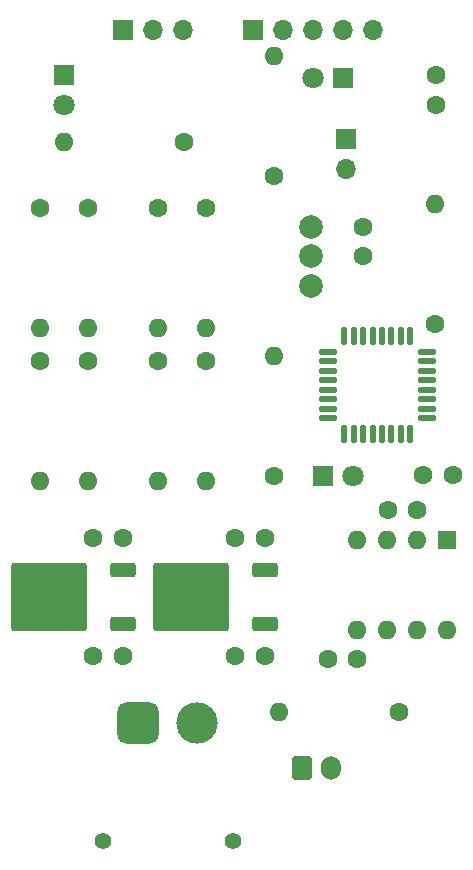
<source format=gbr>
%TF.GenerationSoftware,KiCad,Pcbnew,8.0.9-8.0.9-0~ubuntu24.04.1*%
%TF.CreationDate,2025-04-02T15:18:25+09:00*%
%TF.ProjectId,ServoDriver,53657276-6f44-4726-9976-65722e6b6963,rev?*%
%TF.SameCoordinates,Original*%
%TF.FileFunction,Soldermask,Top*%
%TF.FilePolarity,Negative*%
%FSLAX46Y46*%
G04 Gerber Fmt 4.6, Leading zero omitted, Abs format (unit mm)*
G04 Created by KiCad (PCBNEW 8.0.9-8.0.9-0~ubuntu24.04.1) date 2025-04-02 15:18:25*
%MOMM*%
%LPD*%
G01*
G04 APERTURE LIST*
G04 Aperture macros list*
%AMRoundRect*
0 Rectangle with rounded corners*
0 $1 Rounding radius*
0 $2 $3 $4 $5 $6 $7 $8 $9 X,Y pos of 4 corners*
0 Add a 4 corners polygon primitive as box body*
4,1,4,$2,$3,$4,$5,$6,$7,$8,$9,$2,$3,0*
0 Add four circle primitives for the rounded corners*
1,1,$1+$1,$2,$3*
1,1,$1+$1,$4,$5*
1,1,$1+$1,$6,$7*
1,1,$1+$1,$8,$9*
0 Add four rect primitives between the rounded corners*
20,1,$1+$1,$2,$3,$4,$5,0*
20,1,$1+$1,$4,$5,$6,$7,0*
20,1,$1+$1,$6,$7,$8,$9,0*
20,1,$1+$1,$8,$9,$2,$3,0*%
G04 Aperture macros list end*
%ADD10C,1.600000*%
%ADD11O,1.600000X1.600000*%
%ADD12RoundRect,0.250000X0.850000X0.350000X-0.850000X0.350000X-0.850000X-0.350000X0.850000X-0.350000X0*%
%ADD13RoundRect,0.249997X2.950003X2.650003X-2.950003X2.650003X-2.950003X-2.650003X2.950003X-2.650003X0*%
%ADD14O,1.700000X1.700000*%
%ADD15R,1.700000X1.700000*%
%ADD16RoundRect,0.125000X-0.125000X0.625000X-0.125000X-0.625000X0.125000X-0.625000X0.125000X0.625000X0*%
%ADD17RoundRect,0.125000X-0.625000X0.125000X-0.625000X-0.125000X0.625000X-0.125000X0.625000X0.125000X0*%
%ADD18C,2.000000*%
%ADD19R,1.600000X1.600000*%
%ADD20C,1.400000*%
%ADD21RoundRect,0.770000X0.980000X0.980000X-0.980000X0.980000X-0.980000X-0.980000X0.980000X-0.980000X0*%
%ADD22C,3.500000*%
%ADD23C,1.800000*%
%ADD24R,1.800000X1.800000*%
%ADD25RoundRect,0.250000X-0.600000X-0.750000X0.600000X-0.750000X0.600000X0.750000X-0.600000X0.750000X0*%
%ADD26O,1.700000X2.000000*%
G04 APERTURE END LIST*
D10*
%TO.C,0.1\u03BCF*%
X105000000Y-130000000D03*
X102500000Y-130000000D03*
%TD*%
%TO.C,1*%
X98000000Y-115000000D03*
D11*
X98000000Y-125160000D03*
%TD*%
D10*
%TO.C,0.33\u03BCF*%
X117000000Y-140000000D03*
X114500000Y-140000000D03*
%TD*%
%TO.C,0.1\u03BCF*%
X117000000Y-130000000D03*
X114500000Y-130000000D03*
%TD*%
%TO.C,0.1\u03BCF*%
X127400000Y-127625000D03*
X129900000Y-127625000D03*
%TD*%
D12*
%TO.C,U1*%
X105040000Y-137280000D03*
D13*
X98740000Y-135000000D03*
D12*
X105040000Y-132720000D03*
%TD*%
D14*
%TO.C,J2*%
X123875000Y-98715000D03*
D15*
X123875000Y-96175000D03*
%TD*%
D11*
%TO.C,330*%
X99970000Y-96475000D03*
D10*
X110130000Y-96475000D03*
%TD*%
%TO.C,1*%
X108000000Y-115000000D03*
D11*
X108000000Y-125160000D03*
%TD*%
D10*
%TO.C,1*%
X102000000Y-115000000D03*
D11*
X102000000Y-125160000D03*
%TD*%
%TO.C,10k*%
X131430000Y-101660000D03*
D10*
X131430000Y-111820000D03*
%TD*%
D15*
%TO.C,J3*%
X116000000Y-87000000D03*
D14*
X118540000Y-87000000D03*
X121080000Y-87000000D03*
X123620000Y-87000000D03*
X126160000Y-87000000D03*
%TD*%
D10*
%TO.C,0.1\u03BCF*%
X131500000Y-93300000D03*
X131500000Y-90800000D03*
%TD*%
%TO.C,1*%
X108000000Y-102000000D03*
D11*
X108000000Y-112160000D03*
%TD*%
D10*
%TO.C,1*%
X112000000Y-115000000D03*
D11*
X112000000Y-125160000D03*
%TD*%
D16*
%TO.C,U3*%
X129325000Y-112850000D03*
X128525000Y-112850000D03*
X127725000Y-112850000D03*
X126925000Y-112850000D03*
X126125000Y-112850000D03*
X125325000Y-112850000D03*
X124525000Y-112850000D03*
X123725000Y-112850000D03*
D17*
X122350000Y-114225000D03*
X122350000Y-115025000D03*
X122350000Y-115825000D03*
X122350000Y-116625000D03*
X122350000Y-117425000D03*
X122350000Y-118225000D03*
X122350000Y-119025000D03*
X122350000Y-119825000D03*
D16*
X123725000Y-121200000D03*
X124525000Y-121200000D03*
X125325000Y-121200000D03*
X126125000Y-121200000D03*
X126925000Y-121200000D03*
X127725000Y-121200000D03*
X128525000Y-121200000D03*
X129325000Y-121200000D03*
D17*
X130700000Y-119825000D03*
X130700000Y-119025000D03*
X130700000Y-118225000D03*
X130700000Y-117425000D03*
X130700000Y-116625000D03*
X130700000Y-115825000D03*
X130700000Y-115025000D03*
X130700000Y-114225000D03*
%TD*%
D12*
%TO.C,U5*%
X117040000Y-137280000D03*
D13*
X110740000Y-135000000D03*
D12*
X117040000Y-132720000D03*
%TD*%
D18*
%TO.C,U4*%
X120950000Y-108625000D03*
X120950000Y-106125000D03*
X120950000Y-103625000D03*
%TD*%
D10*
%TO.C,120*%
X128355000Y-144725000D03*
D11*
X118195000Y-144725000D03*
%TD*%
%TO.C,330*%
X117800000Y-89170000D03*
D10*
X117800000Y-99330000D03*
%TD*%
D19*
%TO.C,U2*%
X132430000Y-130100000D03*
D11*
X129890000Y-130100000D03*
X127350000Y-130100000D03*
X124810000Y-130100000D03*
X124810000Y-137720000D03*
X127350000Y-137720000D03*
X129890000Y-137720000D03*
X132430000Y-137720000D03*
%TD*%
D20*
%TO.C,J4*%
X114300000Y-155625000D03*
X103300000Y-155625000D03*
D21*
X106300000Y-145625000D03*
D22*
X111300000Y-145625000D03*
%TD*%
D23*
%TO.C,3.3V*%
X121080000Y-91050000D03*
D24*
X123620000Y-91050000D03*
%TD*%
D10*
%TO.C,1*%
X102000000Y-102000000D03*
D11*
X102000000Y-112160000D03*
%TD*%
D10*
%TO.C,1*%
X112000000Y-102000000D03*
D11*
X112000000Y-112160000D03*
%TD*%
D10*
%TO.C,330*%
X117825000Y-124725000D03*
D11*
X117825000Y-114565000D03*
%TD*%
D24*
%TO.C,5V*%
X99975000Y-90750000D03*
D23*
X99975000Y-93290000D03*
%TD*%
D15*
%TO.C,J5*%
X104975000Y-87000000D03*
D14*
X107515000Y-87000000D03*
X110055000Y-87000000D03*
%TD*%
D10*
%TO.C,0.33\u03BCF*%
X105000000Y-140000000D03*
X102500000Y-140000000D03*
%TD*%
%TO.C,0.1\u03BCF*%
X132910000Y-124600000D03*
X130410000Y-124600000D03*
%TD*%
%TO.C,3.3\u03BCF*%
X125300000Y-103600000D03*
X125300000Y-106100000D03*
%TD*%
%TO.C,0.1\u03BCF*%
X124825000Y-140225000D03*
X122325000Y-140225000D03*
%TD*%
D24*
%TO.C,mc*%
X121930000Y-124725000D03*
D23*
X124470000Y-124725000D03*
%TD*%
D10*
%TO.C,1*%
X98000000Y-102000000D03*
D11*
X98000000Y-112160000D03*
%TD*%
D25*
%TO.C,J1*%
X120125000Y-149425000D03*
D26*
X122625000Y-149425000D03*
%TD*%
M02*

</source>
